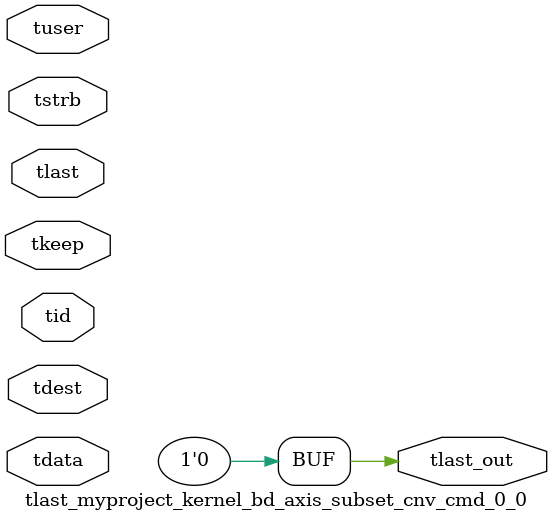
<source format=v>


`timescale 1ps/1ps

module tlast_myproject_kernel_bd_axis_subset_cnv_cmd_0_0 #
(
parameter C_S_AXIS_TID_WIDTH   = 1,
parameter C_S_AXIS_TUSER_WIDTH = 0,
parameter C_S_AXIS_TDATA_WIDTH = 0,
parameter C_S_AXIS_TDEST_WIDTH = 0
)
(
input  [(C_S_AXIS_TID_WIDTH   == 0 ? 1 : C_S_AXIS_TID_WIDTH)-1:0       ] tid,
input  [(C_S_AXIS_TDATA_WIDTH == 0 ? 1 : C_S_AXIS_TDATA_WIDTH)-1:0     ] tdata,
input  [(C_S_AXIS_TUSER_WIDTH == 0 ? 1 : C_S_AXIS_TUSER_WIDTH)-1:0     ] tuser,
input  [(C_S_AXIS_TDEST_WIDTH == 0 ? 1 : C_S_AXIS_TDEST_WIDTH)-1:0     ] tdest,
input  [(C_S_AXIS_TDATA_WIDTH/8)-1:0 ] tkeep,
input  [(C_S_AXIS_TDATA_WIDTH/8)-1:0 ] tstrb,
input  [0:0]                                                             tlast,
output                                                                   tlast_out
);

assign tlast_out = {1'b0};

endmodule


</source>
